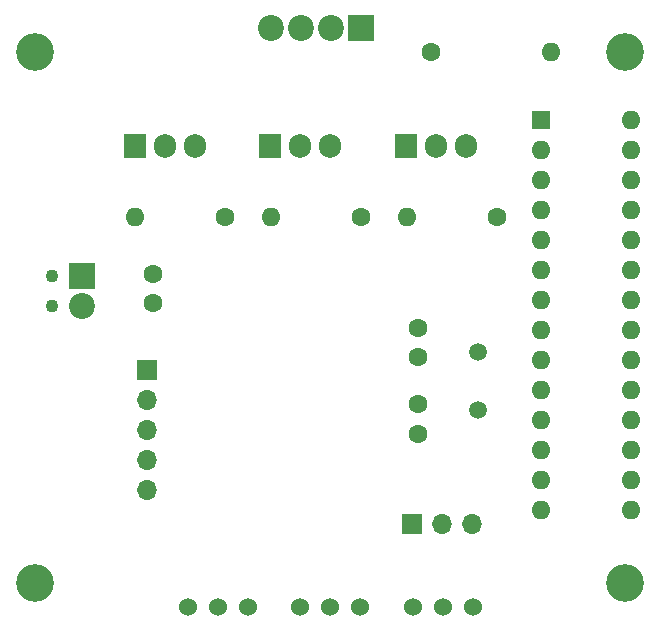
<source format=gbr>
%TF.GenerationSoftware,KiCad,Pcbnew,7.0.2*%
%TF.CreationDate,2023-06-27T07:08:14-04:00*%
%TF.ProjectId,RGB LED Controller,52474220-4c45-4442-9043-6f6e74726f6c,A*%
%TF.SameCoordinates,Original*%
%TF.FileFunction,Soldermask,Bot*%
%TF.FilePolarity,Negative*%
%FSLAX46Y46*%
G04 Gerber Fmt 4.6, Leading zero omitted, Abs format (unit mm)*
G04 Created by KiCad (PCBNEW 7.0.2) date 2023-06-27 07:08:14*
%MOMM*%
%LPD*%
G01*
G04 APERTURE LIST*
%ADD10R,1.600000X1.600000*%
%ADD11O,1.600000X1.600000*%
%ADD12C,3.200000*%
%ADD13C,1.600000*%
%ADD14R,1.700000X1.700000*%
%ADD15O,1.700000X1.700000*%
%ADD16R,1.905000X2.000000*%
%ADD17O,1.905000X2.000000*%
%ADD18R,2.200000X2.200000*%
%ADD19C,2.200000*%
%ADD20C,1.524000*%
%ADD21C,1.100000*%
%ADD22C,1.500000*%
G04 APERTURE END LIST*
D10*
%TO.C,U1*%
X163000000Y-84920000D03*
D11*
X163000000Y-87460000D03*
X163000000Y-90000000D03*
X163000000Y-92540000D03*
X163000000Y-95080000D03*
X163000000Y-97620000D03*
X163000000Y-100160000D03*
X163000000Y-102700000D03*
X163000000Y-105240000D03*
X163000000Y-107780000D03*
X163000000Y-110320000D03*
X163000000Y-112860000D03*
X163000000Y-115400000D03*
X163000000Y-117940000D03*
X170620000Y-117940000D03*
X170620000Y-115400000D03*
X170620000Y-112860000D03*
X170620000Y-110320000D03*
X170620000Y-107780000D03*
X170620000Y-105240000D03*
X170620000Y-102700000D03*
X170620000Y-100160000D03*
X170620000Y-97620000D03*
X170620000Y-95080000D03*
X170620000Y-92540000D03*
X170620000Y-90000000D03*
X170620000Y-87460000D03*
X170620000Y-84920000D03*
%TD*%
D12*
%TO.C,H1*%
X120120000Y-79160000D03*
%TD*%
D13*
%TO.C,R1*%
X159310000Y-93160000D03*
D11*
X151690000Y-93160000D03*
%TD*%
D13*
%TO.C,C3*%
X152620000Y-105000000D03*
X152620000Y-102500000D03*
%TD*%
D12*
%TO.C,H2*%
X170120000Y-79160000D03*
%TD*%
D14*
%TO.C,J3*%
X129620000Y-106080000D03*
D15*
X129620000Y-108620000D03*
X129620000Y-111160000D03*
X129620000Y-113700000D03*
X129620000Y-116240000D03*
%TD*%
D16*
%TO.C,Q3*%
X151540000Y-87160000D03*
D17*
X154080000Y-87160000D03*
X156620000Y-87160000D03*
%TD*%
D12*
%TO.C,H4*%
X170120000Y-124160000D03*
%TD*%
D18*
%TO.C,J1*%
X147740000Y-77160000D03*
D19*
X145200000Y-77160000D03*
X142660000Y-77160000D03*
X140120000Y-77160000D03*
%TD*%
D20*
%TO.C,RV1*%
X157200000Y-126160000D03*
X154660000Y-126160000D03*
X152120000Y-126160000D03*
%TD*%
%TO.C,RV2*%
X147660000Y-126160000D03*
X145120000Y-126160000D03*
X142580000Y-126160000D03*
%TD*%
D13*
%TO.C,R2*%
X147730000Y-93160000D03*
D11*
X140110000Y-93160000D03*
%TD*%
D16*
%TO.C,Q1*%
X140040000Y-87160000D03*
D17*
X142580000Y-87160000D03*
X145120000Y-87160000D03*
%TD*%
D12*
%TO.C,H3*%
X120120000Y-124160000D03*
%TD*%
D16*
%TO.C,Q2*%
X128580000Y-87105000D03*
D17*
X131120000Y-87105000D03*
X133660000Y-87105000D03*
%TD*%
D13*
%TO.C,C4*%
X152620000Y-109000000D03*
X152620000Y-111500000D03*
%TD*%
D21*
%TO.C,J4*%
X121580000Y-98160000D03*
X121580000Y-100700000D03*
D18*
X124120000Y-98160000D03*
D19*
X124120000Y-100700000D03*
%TD*%
D13*
%TO.C,C2*%
X130120000Y-97950000D03*
X130120000Y-100450000D03*
%TD*%
D14*
%TO.C,J2*%
X152040000Y-119160000D03*
D15*
X154580000Y-119160000D03*
X157120000Y-119160000D03*
%TD*%
D13*
%TO.C,R4*%
X153660000Y-79160000D03*
D11*
X163820000Y-79160000D03*
%TD*%
D13*
%TO.C,R3*%
X136270000Y-93105000D03*
D11*
X128650000Y-93105000D03*
%TD*%
D22*
%TO.C,Y1*%
X157620000Y-109450000D03*
X157620000Y-104570000D03*
%TD*%
D20*
%TO.C,RV3*%
X138200000Y-126160000D03*
X135660000Y-126160000D03*
X133120000Y-126160000D03*
%TD*%
M02*

</source>
